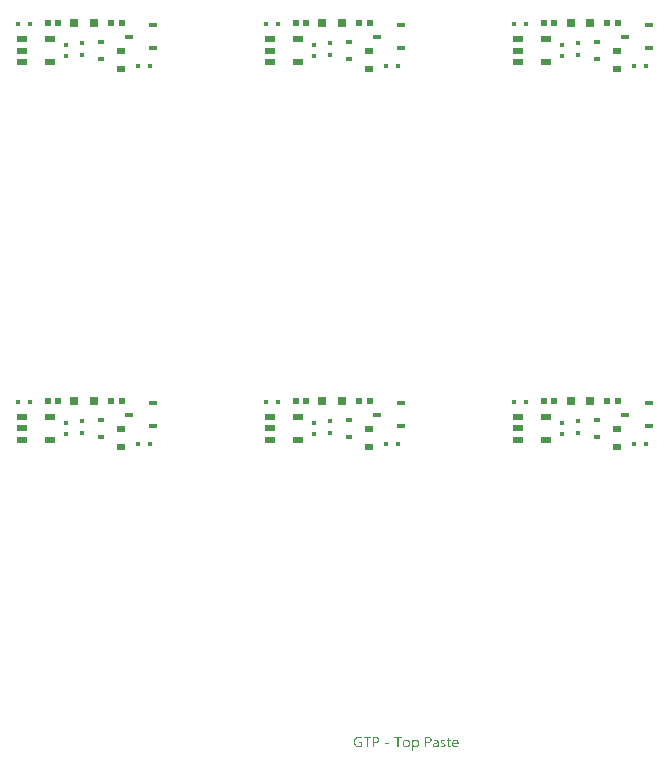
<source format=gtp>
G04*
G04 #@! TF.GenerationSoftware,Altium Limited,Altium Designer,21.9.2 (33)*
G04*
G04 Layer_Color=8421504*
%FSAX26Y26*%
%MOIN*%
G70*
G04*
G04 #@! TF.SameCoordinates,A79AF696-8D6D-4074-B618-5125023845C1*
G04*
G04*
G04 #@! TF.FilePolarity,Positive*
G04*
G01*
G75*
%ADD39R,0.023622X0.015748*%
%ADD40R,0.015690X0.017659*%
%ADD41R,0.026000X0.024000*%
%ADD42R,0.033111X0.021300*%
%ADD43R,0.029966X0.018155*%
%ADD44R,0.018898X0.022835*%
%ADD45R,0.017659X0.015690*%
%ADD46R,0.017659X0.015690*%
%ADD47R,0.027559X0.027559*%
G36*
X00524189Y-00678901D02*
X00524683Y-00678932D01*
X00525270Y-00678962D01*
X00525888Y-00679024D01*
X00526599Y-00679117D01*
X00527341Y-00679210D01*
X00528113Y-00679333D01*
X00528917Y-00679488D01*
X00529720Y-00679673D01*
X00530523Y-00679889D01*
X00531327Y-00680137D01*
X00532130Y-00680415D01*
X00532872Y-00680755D01*
X00532872Y-00685297D01*
X00532810Y-00685266D01*
X00532686Y-00685173D01*
X00532439Y-00685050D01*
X00532130Y-00684864D01*
X00531698Y-00684679D01*
X00531203Y-00684432D01*
X00530647Y-00684216D01*
X00529998Y-00683937D01*
X00529318Y-00683690D01*
X00528546Y-00683443D01*
X00527712Y-00683227D01*
X00526815Y-00683041D01*
X00525857Y-00682856D01*
X00524869Y-00682732D01*
X00523849Y-00682640D01*
X00522768Y-00682609D01*
X00522520Y-00682609D01*
X00522211Y-00682640D01*
X00521779Y-00682670D01*
X00521284Y-00682732D01*
X00520697Y-00682825D01*
X00520048Y-00682949D01*
X00519338Y-00683103D01*
X00518596Y-00683319D01*
X00517823Y-00683597D01*
X00517020Y-00683937D01*
X00516186Y-00684339D01*
X00515382Y-00684803D01*
X00514610Y-00685328D01*
X00513837Y-00685977D01*
X00513096Y-00686688D01*
X00513065Y-00686718D01*
X00512941Y-00686873D01*
X00512756Y-00687089D01*
X00512509Y-00687429D01*
X00512231Y-00687831D01*
X00511891Y-00688294D01*
X00511551Y-00688881D01*
X00511211Y-00689530D01*
X00510871Y-00690241D01*
X00510531Y-00691044D01*
X00510191Y-00691910D01*
X00509913Y-00692837D01*
X00509666Y-00693825D01*
X00509481Y-00694876D01*
X00509357Y-00696019D01*
X00509326Y-00697193D01*
X00509326Y-00697224D01*
X00509326Y-00697255D01*
X00509326Y-00697348D01*
X00509326Y-00697472D01*
X00509326Y-00697657D01*
X00509357Y-00697842D01*
X00509388Y-00698306D01*
X00509419Y-00698862D01*
X00509511Y-00699511D01*
X00509604Y-00700222D01*
X00509759Y-00700994D01*
X00509944Y-00701828D01*
X00510191Y-00702694D01*
X00510469Y-00703559D01*
X00510809Y-00704455D01*
X00511211Y-00705320D01*
X00511674Y-00706154D01*
X00512200Y-00706958D01*
X00512818Y-00707699D01*
X00512849Y-00707730D01*
X00512972Y-00707854D01*
X00513188Y-00708039D01*
X00513467Y-00708287D01*
X00513807Y-00708565D01*
X00514239Y-00708905D01*
X00514734Y-00709245D01*
X00515321Y-00709584D01*
X00515970Y-00709955D01*
X00516680Y-00710295D01*
X00517453Y-00710604D01*
X00518318Y-00710913D01*
X00519214Y-00711160D01*
X00520203Y-00711346D01*
X00521222Y-00711469D01*
X00522335Y-00711500D01*
X00522737Y-00711500D01*
X00523015Y-00711469D01*
X00523385Y-00711438D01*
X00523787Y-00711408D01*
X00524251Y-00711377D01*
X00524776Y-00711284D01*
X00525301Y-00711222D01*
X00525888Y-00711098D01*
X00527063Y-00710820D01*
X00527681Y-00710635D01*
X00528268Y-00710388D01*
X00528855Y-00710141D01*
X00529442Y-00709862D01*
X00529442Y-00700005D01*
X00521748Y-00700005D01*
X00521748Y-00696266D01*
X00533582Y-00696266D01*
X00533582Y-00712211D01*
X00533521Y-00712242D01*
X00533335Y-00712335D01*
X00533057Y-00712489D01*
X00532655Y-00712674D01*
X00532161Y-00712891D01*
X00531574Y-00713138D01*
X00530894Y-00713416D01*
X00530122Y-00713694D01*
X00529287Y-00713972D01*
X00528360Y-00714250D01*
X00527403Y-00714497D01*
X00526383Y-00714714D01*
X00525301Y-00714899D01*
X00524158Y-00715054D01*
X00523015Y-00715146D01*
X00521810Y-00715177D01*
X00521470Y-00715177D01*
X00521315Y-00715146D01*
X00521099Y-00715146D01*
X00520852Y-00715115D01*
X00520574Y-00715115D01*
X00519925Y-00715023D01*
X00519183Y-00714930D01*
X00518380Y-00714776D01*
X00517484Y-00714559D01*
X00516526Y-00714312D01*
X00515537Y-00714003D01*
X00514517Y-00713601D01*
X00513497Y-00713138D01*
X00512478Y-00712582D01*
X00511489Y-00711933D01*
X00510531Y-00711191D01*
X00509635Y-00710357D01*
X00509573Y-00710295D01*
X00509450Y-00710141D01*
X00509202Y-00709862D01*
X00508924Y-00709461D01*
X00508553Y-00708997D01*
X00508183Y-00708410D01*
X00507750Y-00707699D01*
X00507317Y-00706927D01*
X00506885Y-00706062D01*
X00506452Y-00705073D01*
X00506082Y-00704022D01*
X00505711Y-00702879D01*
X00505433Y-00701674D01*
X00505185Y-00700345D01*
X00505062Y-00698955D01*
X00505000Y-00697503D01*
X00505000Y-00697472D01*
X00505000Y-00697410D01*
X00505000Y-00697286D01*
X00505000Y-00697132D01*
X00505031Y-00696946D01*
X00505031Y-00696699D01*
X00505062Y-00696452D01*
X00505093Y-00696143D01*
X00505124Y-00695803D01*
X00505154Y-00695463D01*
X00505278Y-00694660D01*
X00505433Y-00693733D01*
X00505649Y-00692775D01*
X00505927Y-00691724D01*
X00506267Y-00690643D01*
X00506669Y-00689530D01*
X00507163Y-00688418D01*
X00507781Y-00687306D01*
X00508461Y-00686193D01*
X00509264Y-00685143D01*
X00510160Y-00684123D01*
X00510222Y-00684061D01*
X00510408Y-00683907D01*
X00510686Y-00683628D01*
X00511087Y-00683288D01*
X00511613Y-00682918D01*
X00512200Y-00682454D01*
X00512910Y-00681991D01*
X00513745Y-00681496D01*
X00514641Y-00681002D01*
X00515630Y-00680538D01*
X00516680Y-00680075D01*
X00517854Y-00679704D01*
X00519090Y-00679364D01*
X00520388Y-00679086D01*
X00521779Y-00678932D01*
X00523231Y-00678870D01*
X00523787Y-00678870D01*
X00524189Y-00678901D01*
X00524189Y-00678901D02*
G37*
G36*
X00712123Y-00688943D02*
X00712463Y-00688974D01*
X00712864Y-00689005D01*
X00713328Y-00689098D01*
X00713853Y-00689190D01*
X00714440Y-00689345D01*
X00715027Y-00689530D01*
X00715645Y-00689747D01*
X00716263Y-00690025D01*
X00716912Y-00690334D01*
X00717530Y-00690735D01*
X00718117Y-00691199D01*
X00718704Y-00691724D01*
X00719230Y-00692311D01*
X00719261Y-00692342D01*
X00719353Y-00692466D01*
X00719477Y-00692651D01*
X00719662Y-00692929D01*
X00719848Y-00693269D01*
X00720095Y-00693671D01*
X00720342Y-00694165D01*
X00720589Y-00694691D01*
X00720837Y-00695309D01*
X00721084Y-00695988D01*
X00721331Y-00696730D01*
X00721516Y-00697533D01*
X00721702Y-00698399D01*
X00721825Y-00699326D01*
X00721918Y-00700314D01*
X00721949Y-00701334D01*
X00721949Y-00701365D01*
X00721949Y-00701396D01*
X00721949Y-00701489D01*
X00721949Y-00701612D01*
X00721918Y-00701952D01*
X00721887Y-00702385D01*
X00721856Y-00702910D01*
X00721794Y-00703528D01*
X00721702Y-00704208D01*
X00721578Y-00704949D01*
X00721393Y-00705722D01*
X00721207Y-00706556D01*
X00720960Y-00707390D01*
X00720651Y-00708225D01*
X00720311Y-00709059D01*
X00719909Y-00709893D01*
X00719415Y-00710666D01*
X00718890Y-00711408D01*
X00718859Y-00711438D01*
X00718735Y-00711562D01*
X00718581Y-00711747D01*
X00718334Y-00711995D01*
X00718025Y-00712273D01*
X00717654Y-00712613D01*
X00717190Y-00712952D01*
X00716696Y-00713292D01*
X00716140Y-00713632D01*
X00715491Y-00713972D01*
X00714811Y-00714312D01*
X00714069Y-00714590D01*
X00713266Y-00714837D01*
X00712401Y-00715023D01*
X00711474Y-00715146D01*
X00710516Y-00715177D01*
X00710300Y-00715177D01*
X00710052Y-00715146D01*
X00709712Y-00715115D01*
X00709311Y-00715054D01*
X00708847Y-00714961D01*
X00708322Y-00714837D01*
X00707735Y-00714652D01*
X00707148Y-00714436D01*
X00706530Y-00714158D01*
X00705912Y-00713818D01*
X00705263Y-00713416D01*
X00704645Y-00712922D01*
X00704058Y-00712365D01*
X00703502Y-00711716D01*
X00702976Y-00710975D01*
X00702884Y-00710975D01*
X00702884Y-00726116D01*
X00698867Y-00726116D01*
X00698867Y-00689499D01*
X00702884Y-00689499D01*
X00702884Y-00693918D01*
X00702976Y-00693918D01*
X00703007Y-00693856D01*
X00703131Y-00693702D01*
X00703285Y-00693455D01*
X00703533Y-00693146D01*
X00703841Y-00692744D01*
X00704212Y-00692342D01*
X00704676Y-00691879D01*
X00705170Y-00691415D01*
X00705757Y-00690952D01*
X00706406Y-00690488D01*
X00707117Y-00690087D01*
X00707889Y-00689685D01*
X00708724Y-00689376D01*
X00709651Y-00689129D01*
X00710609Y-00688974D01*
X00711659Y-00688912D01*
X00711875Y-00688912D01*
X00712123Y-00688943D01*
X00712123Y-00688943D02*
G37*
G36*
X00804452Y-00688943D02*
X00804730Y-00688943D01*
X00805070Y-00688974D01*
X00805441Y-00689005D01*
X00805842Y-00689067D01*
X00806769Y-00689190D01*
X00807727Y-00689407D01*
X00808747Y-00689685D01*
X00809736Y-00690056D01*
X00809736Y-00694134D01*
X00809705Y-00694104D01*
X00809612Y-00694042D01*
X00809458Y-00693980D01*
X00809241Y-00693856D01*
X00808994Y-00693702D01*
X00808685Y-00693547D01*
X00808314Y-00693393D01*
X00807913Y-00693207D01*
X00807449Y-00693053D01*
X00806986Y-00692898D01*
X00806460Y-00692744D01*
X00805904Y-00692589D01*
X00805286Y-00692466D01*
X00804668Y-00692404D01*
X00804050Y-00692342D01*
X00803370Y-00692311D01*
X00802969Y-00692311D01*
X00802691Y-00692342D01*
X00802382Y-00692373D01*
X00802042Y-00692435D01*
X00801331Y-00692589D01*
X00801300Y-00692589D01*
X00801177Y-00692620D01*
X00801022Y-00692682D01*
X00800806Y-00692775D01*
X00800311Y-00692991D01*
X00799786Y-00693300D01*
X00799755Y-00693331D01*
X00799693Y-00693393D01*
X00799570Y-00693486D01*
X00799415Y-00693609D01*
X00799075Y-00693949D01*
X00798766Y-00694413D01*
X00798766Y-00694443D01*
X00798705Y-00694536D01*
X00798674Y-00694660D01*
X00798612Y-00694845D01*
X00798550Y-00695030D01*
X00798488Y-00695278D01*
X00798457Y-00695556D01*
X00798426Y-00695834D01*
X00798426Y-00695865D01*
X00798426Y-00695988D01*
X00798457Y-00696174D01*
X00798457Y-00696421D01*
X00798519Y-00696668D01*
X00798581Y-00696946D01*
X00798643Y-00697224D01*
X00798766Y-00697503D01*
X00798797Y-00697533D01*
X00798828Y-00697626D01*
X00798921Y-00697750D01*
X00799044Y-00697904D01*
X00799199Y-00698059D01*
X00799353Y-00698275D01*
X00799817Y-00698677D01*
X00799848Y-00698708D01*
X00799941Y-00698769D01*
X00800095Y-00698862D01*
X00800280Y-00698986D01*
X00800528Y-00699109D01*
X00800806Y-00699264D01*
X00801146Y-00699449D01*
X00801486Y-00699604D01*
X00801516Y-00699635D01*
X00801671Y-00699665D01*
X00801856Y-00699758D01*
X00802134Y-00699851D01*
X00802474Y-00700005D01*
X00802845Y-00700160D01*
X00803247Y-00700314D01*
X00803710Y-00700500D01*
X00803741Y-00700500D01*
X00803772Y-00700531D01*
X00803865Y-00700562D01*
X00803988Y-00700592D01*
X00804297Y-00700716D01*
X00804699Y-00700902D01*
X00805163Y-00701087D01*
X00805688Y-00701303D01*
X00806213Y-00701550D01*
X00806708Y-00701798D01*
X00806739Y-00701798D01*
X00806769Y-00701828D01*
X00806924Y-00701921D01*
X00807171Y-00702045D01*
X00807480Y-00702230D01*
X00807851Y-00702477D01*
X00808222Y-00702725D01*
X00808592Y-00703034D01*
X00808963Y-00703343D01*
X00808994Y-00703374D01*
X00809118Y-00703497D01*
X00809272Y-00703652D01*
X00809489Y-00703899D01*
X00809705Y-00704177D01*
X00809952Y-00704517D01*
X00810168Y-00704888D01*
X00810385Y-00705289D01*
X00810416Y-00705351D01*
X00810477Y-00705475D01*
X00810539Y-00705722D01*
X00810632Y-00706031D01*
X00810725Y-00706402D01*
X00810817Y-00706834D01*
X00810848Y-00707329D01*
X00810879Y-00707885D01*
X00810879Y-00707916D01*
X00810879Y-00707978D01*
X00810879Y-00708070D01*
X00810879Y-00708194D01*
X00810848Y-00708534D01*
X00810786Y-00708997D01*
X00810663Y-00709492D01*
X00810539Y-00710048D01*
X00810323Y-00710604D01*
X00810045Y-00711129D01*
X00810014Y-00711191D01*
X00809890Y-00711346D01*
X00809705Y-00711593D01*
X00809458Y-00711933D01*
X00809149Y-00712273D01*
X00808778Y-00712674D01*
X00808345Y-00713045D01*
X00807851Y-00713416D01*
X00807789Y-00713447D01*
X00807604Y-00713571D01*
X00807326Y-00713725D01*
X00806955Y-00713910D01*
X00806491Y-00714127D01*
X00805935Y-00714343D01*
X00805348Y-00714559D01*
X00804699Y-00714745D01*
X00804668Y-00714745D01*
X00804606Y-00714776D01*
X00804514Y-00714776D01*
X00804390Y-00714807D01*
X00804236Y-00714837D01*
X00804050Y-00714868D01*
X00803587Y-00714961D01*
X00803000Y-00715054D01*
X00802382Y-00715115D01*
X00801702Y-00715146D01*
X00800960Y-00715177D01*
X00800589Y-00715177D01*
X00800311Y-00715146D01*
X00799971Y-00715146D01*
X00799601Y-00715085D01*
X00799137Y-00715054D01*
X00798674Y-00714992D01*
X00798148Y-00714899D01*
X00797623Y-00714807D01*
X00796511Y-00714559D01*
X00795367Y-00714188D01*
X00794811Y-00713941D01*
X00794255Y-00713694D01*
X00794255Y-00709399D01*
X00794286Y-00709430D01*
X00794409Y-00709492D01*
X00794595Y-00709615D01*
X00794842Y-00709770D01*
X00795151Y-00709955D01*
X00795491Y-00710172D01*
X00795923Y-00710388D01*
X00796387Y-00710604D01*
X00796912Y-00710820D01*
X00797468Y-00711037D01*
X00798056Y-00711253D01*
X00798674Y-00711438D01*
X00799353Y-00711593D01*
X00800033Y-00711716D01*
X00800744Y-00711778D01*
X00801486Y-00711809D01*
X00801702Y-00711809D01*
X00801980Y-00711778D01*
X00802320Y-00711747D01*
X00802721Y-00711686D01*
X00803154Y-00711624D01*
X00803649Y-00711500D01*
X00804143Y-00711377D01*
X00804606Y-00711191D01*
X00805101Y-00710944D01*
X00805533Y-00710666D01*
X00805935Y-00710326D01*
X00806275Y-00709924D01*
X00806553Y-00709461D01*
X00806708Y-00708905D01*
X00806769Y-00708596D01*
X00806769Y-00708287D01*
X00806769Y-00708256D01*
X00806769Y-00708101D01*
X00806739Y-00707916D01*
X00806708Y-00707699D01*
X00806646Y-00707421D01*
X00806584Y-00707143D01*
X00806460Y-00706865D01*
X00806306Y-00706587D01*
X00806275Y-00706556D01*
X00806213Y-00706463D01*
X00806120Y-00706340D01*
X00805997Y-00706154D01*
X00805812Y-00705969D01*
X00805626Y-00705753D01*
X00805379Y-00705567D01*
X00805101Y-00705351D01*
X00805070Y-00705320D01*
X00804977Y-00705258D01*
X00804792Y-00705166D01*
X00804576Y-00705011D01*
X00804328Y-00704857D01*
X00804019Y-00704702D01*
X00803649Y-00704548D01*
X00803278Y-00704393D01*
X00803216Y-00704362D01*
X00803092Y-00704331D01*
X00802876Y-00704239D01*
X00802598Y-00704115D01*
X00802289Y-00703961D01*
X00801887Y-00703806D01*
X00801486Y-00703652D01*
X00801053Y-00703466D01*
X00801022Y-00703466D01*
X00800991Y-00703435D01*
X00800898Y-00703404D01*
X00800775Y-00703343D01*
X00800466Y-00703219D01*
X00800064Y-00703064D01*
X00799601Y-00702848D01*
X00799106Y-00702632D01*
X00798612Y-00702385D01*
X00798117Y-00702138D01*
X00798056Y-00702107D01*
X00797901Y-00702014D01*
X00797685Y-00701890D01*
X00797376Y-00701705D01*
X00797036Y-00701458D01*
X00796696Y-00701211D01*
X00796325Y-00700932D01*
X00795985Y-00700623D01*
X00795954Y-00700592D01*
X00795862Y-00700469D01*
X00795707Y-00700314D01*
X00795522Y-00700067D01*
X00795306Y-00699789D01*
X00795089Y-00699449D01*
X00794904Y-00699109D01*
X00794718Y-00698708D01*
X00794688Y-00698646D01*
X00794657Y-00698522D01*
X00794595Y-00698275D01*
X00794533Y-00697997D01*
X00794440Y-00697626D01*
X00794379Y-00697193D01*
X00794348Y-00696699D01*
X00794317Y-00696174D01*
X00794317Y-00696143D01*
X00794317Y-00696081D01*
X00794317Y-00695988D01*
X00794317Y-00695865D01*
X00794348Y-00695556D01*
X00794409Y-00695123D01*
X00794502Y-00694629D01*
X00794657Y-00694104D01*
X00794842Y-00693578D01*
X00795120Y-00693053D01*
X00795120Y-00693022D01*
X00795151Y-00692991D01*
X00795275Y-00692837D01*
X00795460Y-00692589D01*
X00795676Y-00692250D01*
X00795985Y-00691910D01*
X00796356Y-00691539D01*
X00796789Y-00691137D01*
X00797252Y-00690797D01*
X00797283Y-00690797D01*
X00797314Y-00690766D01*
X00797499Y-00690643D01*
X00797778Y-00690488D01*
X00798148Y-00690272D01*
X00798612Y-00690056D01*
X00799137Y-00689808D01*
X00799724Y-00689592D01*
X00800342Y-00689407D01*
X00800373Y-00689407D01*
X00800435Y-00689376D01*
X00800528Y-00689345D01*
X00800651Y-00689314D01*
X00800806Y-00689283D01*
X00800991Y-00689252D01*
X00801424Y-00689159D01*
X00801980Y-00689067D01*
X00802567Y-00688974D01*
X00803216Y-00688943D01*
X00803896Y-00688912D01*
X00804205Y-00688912D01*
X00804452Y-00688943D01*
X00804452Y-00688943D02*
G37*
G36*
X00622204Y-00702199D02*
X00608824Y-00702199D01*
X00608824Y-00699048D01*
X00622204Y-00699048D01*
X00622204Y-00702199D01*
X00622204Y-00702199D02*
G37*
G36*
X00779732Y-00688943D02*
X00779948Y-00688943D01*
X00780164Y-00688974D01*
X00780443Y-00689005D01*
X00780752Y-00689067D01*
X00781400Y-00689190D01*
X00782173Y-00689407D01*
X00782946Y-00689685D01*
X00783780Y-00690087D01*
X00784614Y-00690581D01*
X00785016Y-00690859D01*
X00785418Y-00691199D01*
X00785788Y-00691570D01*
X00786159Y-00691941D01*
X00786499Y-00692373D01*
X00786808Y-00692867D01*
X00787117Y-00693362D01*
X00787395Y-00693918D01*
X00787611Y-00694536D01*
X00787828Y-00695185D01*
X00787982Y-00695865D01*
X00788106Y-00696637D01*
X00788168Y-00697410D01*
X00788198Y-00698275D01*
X00788198Y-00714590D01*
X00784182Y-00714590D01*
X00784182Y-00710697D01*
X00784089Y-00710697D01*
X00784058Y-00710759D01*
X00783965Y-00710882D01*
X00783811Y-00711098D01*
X00783594Y-00711408D01*
X00783316Y-00711747D01*
X00782976Y-00712118D01*
X00782606Y-00712520D01*
X00782142Y-00712922D01*
X00781617Y-00713354D01*
X00781061Y-00713756D01*
X00780412Y-00714127D01*
X00779732Y-00714467D01*
X00778959Y-00714776D01*
X00778156Y-00714992D01*
X00777291Y-00715115D01*
X00776364Y-00715177D01*
X00775993Y-00715177D01*
X00775746Y-00715146D01*
X00775437Y-00715115D01*
X00775066Y-00715085D01*
X00774664Y-00715023D01*
X00774232Y-00714930D01*
X00773274Y-00714683D01*
X00772810Y-00714528D01*
X00772316Y-00714343D01*
X00771822Y-00714127D01*
X00771358Y-00713849D01*
X00770925Y-00713540D01*
X00770493Y-00713200D01*
X00770462Y-00713169D01*
X00770400Y-00713107D01*
X00770307Y-00712983D01*
X00770153Y-00712829D01*
X00769998Y-00712644D01*
X00769844Y-00712396D01*
X00769628Y-00712118D01*
X00769442Y-00711809D01*
X00769257Y-00711438D01*
X00769071Y-00711037D01*
X00768886Y-00710604D01*
X00768731Y-00710141D01*
X00768577Y-00709646D01*
X00768484Y-00709121D01*
X00768423Y-00708534D01*
X00768392Y-00707947D01*
X00768392Y-00707916D01*
X00768392Y-00707854D01*
X00768392Y-00707761D01*
X00768423Y-00707638D01*
X00768423Y-00707483D01*
X00768453Y-00707298D01*
X00768515Y-00706834D01*
X00768639Y-00706278D01*
X00768824Y-00705660D01*
X00769071Y-00704980D01*
X00769442Y-00704270D01*
X00769875Y-00703559D01*
X00770400Y-00702848D01*
X00770740Y-00702508D01*
X00771080Y-00702168D01*
X00771482Y-00701828D01*
X00771883Y-00701519D01*
X00772347Y-00701211D01*
X00772841Y-00700932D01*
X00773366Y-00700685D01*
X00773954Y-00700438D01*
X00774572Y-00700222D01*
X00775221Y-00700036D01*
X00775931Y-00699882D01*
X00776673Y-00699758D01*
X00784182Y-00698708D01*
X00784182Y-00698677D01*
X00784182Y-00698646D01*
X00784182Y-00698553D01*
X00784182Y-00698429D01*
X00784151Y-00698120D01*
X00784089Y-00697719D01*
X00784027Y-00697224D01*
X00783903Y-00696668D01*
X00783749Y-00696112D01*
X00783533Y-00695494D01*
X00783255Y-00694907D01*
X00782915Y-00694320D01*
X00782513Y-00693794D01*
X00782019Y-00693300D01*
X00781400Y-00692898D01*
X00780721Y-00692589D01*
X00780350Y-00692466D01*
X00779917Y-00692373D01*
X00779485Y-00692342D01*
X00779021Y-00692311D01*
X00778805Y-00692311D01*
X00778589Y-00692342D01*
X00778249Y-00692373D01*
X00777847Y-00692404D01*
X00777384Y-00692466D01*
X00776858Y-00692558D01*
X00776302Y-00692682D01*
X00775684Y-00692867D01*
X00775035Y-00693053D01*
X00774355Y-00693300D01*
X00773645Y-00693609D01*
X00772934Y-00693980D01*
X00772223Y-00694382D01*
X00771513Y-00694845D01*
X00770833Y-00695401D01*
X00770833Y-00691292D01*
X00770864Y-00691261D01*
X00770987Y-00691199D01*
X00771203Y-00691075D01*
X00771482Y-00690921D01*
X00771852Y-00690735D01*
X00772254Y-00690550D01*
X00772749Y-00690334D01*
X00773305Y-00690087D01*
X00773892Y-00689870D01*
X00774541Y-00689654D01*
X00775251Y-00689468D01*
X00775993Y-00689283D01*
X00776796Y-00689129D01*
X00777600Y-00689005D01*
X00778465Y-00688943D01*
X00779361Y-00688912D01*
X00779577Y-00688912D01*
X00779732Y-00688943D01*
X00779732Y-00688943D02*
G37*
G36*
X00752849Y-00679488D02*
X00753251Y-00679488D01*
X00753714Y-00679550D01*
X00754270Y-00679611D01*
X00754857Y-00679673D01*
X00755537Y-00679797D01*
X00756217Y-00679951D01*
X00756928Y-00680137D01*
X00757638Y-00680353D01*
X00758380Y-00680631D01*
X00759091Y-00680940D01*
X00759770Y-00681311D01*
X00760419Y-00681713D01*
X00761037Y-00682207D01*
X00761068Y-00682238D01*
X00761161Y-00682331D01*
X00761316Y-00682485D01*
X00761532Y-00682701D01*
X00761748Y-00683010D01*
X00762026Y-00683350D01*
X00762304Y-00683752D01*
X00762613Y-00684216D01*
X00762891Y-00684741D01*
X00763169Y-00685297D01*
X00763448Y-00685946D01*
X00763664Y-00686626D01*
X00763880Y-00687398D01*
X00764035Y-00688202D01*
X00764127Y-00689036D01*
X00764158Y-00689963D01*
X00764158Y-00690025D01*
X00764158Y-00690179D01*
X00764127Y-00690457D01*
X00764096Y-00690797D01*
X00764066Y-00691230D01*
X00763973Y-00691724D01*
X00763880Y-00692250D01*
X00763726Y-00692867D01*
X00763540Y-00693486D01*
X00763324Y-00694165D01*
X00763046Y-00694845D01*
X00762706Y-00695525D01*
X00762304Y-00696205D01*
X00761841Y-00696885D01*
X00761316Y-00697533D01*
X00760697Y-00698151D01*
X00760667Y-00698182D01*
X00760543Y-00698275D01*
X00760358Y-00698429D01*
X00760080Y-00698646D01*
X00759740Y-00698893D01*
X00759307Y-00699171D01*
X00758813Y-00699449D01*
X00758256Y-00699727D01*
X00757638Y-00700036D01*
X00756928Y-00700314D01*
X00756155Y-00700592D01*
X00755352Y-00700840D01*
X00754456Y-00701025D01*
X00753498Y-00701211D01*
X00752509Y-00701303D01*
X00751428Y-00701334D01*
X00746793Y-00701334D01*
X00746793Y-00714590D01*
X00742683Y-00714590D01*
X00742683Y-00679457D01*
X00752571Y-00679457D01*
X00752849Y-00679488D01*
X00752849Y-00679488D02*
G37*
G36*
X00664475Y-00683196D02*
X00654340Y-00683196D01*
X00654340Y-00714590D01*
X00650230Y-00714590D01*
X00650230Y-00683196D01*
X00640095Y-00683196D01*
X00640095Y-00679457D01*
X00664475Y-00679457D01*
X00664475Y-00683196D01*
X00664475Y-00683196D02*
G37*
G36*
X00578202Y-00679488D02*
X00578604Y-00679488D01*
X00579067Y-00679550D01*
X00579624Y-00679611D01*
X00580211Y-00679673D01*
X00580890Y-00679797D01*
X00581570Y-00679951D01*
X00582281Y-00680137D01*
X00582992Y-00680353D01*
X00583733Y-00680631D01*
X00584444Y-00680940D01*
X00585124Y-00681311D01*
X00585773Y-00681713D01*
X00586391Y-00682207D01*
X00586422Y-00682238D01*
X00586514Y-00682331D01*
X00586669Y-00682485D01*
X00586885Y-00682701D01*
X00587101Y-00683010D01*
X00587379Y-00683350D01*
X00587658Y-00683752D01*
X00587966Y-00684216D01*
X00588245Y-00684741D01*
X00588523Y-00685297D01*
X00588801Y-00685946D01*
X00589017Y-00686626D01*
X00589233Y-00687398D01*
X00589388Y-00688202D01*
X00589481Y-00689036D01*
X00589511Y-00689963D01*
X00589511Y-00690025D01*
X00589511Y-00690179D01*
X00589481Y-00690457D01*
X00589450Y-00690797D01*
X00589419Y-00691230D01*
X00589326Y-00691724D01*
X00589233Y-00692250D01*
X00589079Y-00692867D01*
X00588894Y-00693486D01*
X00588677Y-00694165D01*
X00588399Y-00694845D01*
X00588059Y-00695525D01*
X00587658Y-00696205D01*
X00587194Y-00696885D01*
X00586669Y-00697533D01*
X00586051Y-00698151D01*
X00586020Y-00698182D01*
X00585896Y-00698275D01*
X00585711Y-00698429D01*
X00585433Y-00698646D01*
X00585093Y-00698893D01*
X00584660Y-00699171D01*
X00584166Y-00699449D01*
X00583610Y-00699727D01*
X00582992Y-00700036D01*
X00582281Y-00700314D01*
X00581508Y-00700592D01*
X00580705Y-00700840D01*
X00579809Y-00701025D01*
X00578851Y-00701211D01*
X00577862Y-00701303D01*
X00576781Y-00701334D01*
X00572146Y-00701334D01*
X00572146Y-00714590D01*
X00568036Y-00714590D01*
X00568036Y-00679457D01*
X00577924Y-00679457D01*
X00578202Y-00679488D01*
X00578202Y-00679488D02*
G37*
G36*
X00562505Y-00683196D02*
X00552370Y-00683196D01*
X00552370Y-00714590D01*
X00548260Y-00714590D01*
X00548260Y-00683196D01*
X00538125Y-00683196D01*
X00538125Y-00679457D01*
X00562505Y-00679457D01*
X00562505Y-00683196D01*
X00562505Y-00683196D02*
G37*
G36*
X00822374Y-00689499D02*
X00828708Y-00689499D01*
X00828708Y-00692960D01*
X00822374Y-00692960D01*
X00822374Y-00707082D01*
X00822374Y-00707112D01*
X00822374Y-00707205D01*
X00822374Y-00707329D01*
X00822374Y-00707483D01*
X00822405Y-00707699D01*
X00822436Y-00707947D01*
X00822497Y-00708472D01*
X00822590Y-00709090D01*
X00822745Y-00709677D01*
X00822961Y-00710233D01*
X00823085Y-00710481D01*
X00823239Y-00710697D01*
X00823270Y-00710728D01*
X00823394Y-00710851D01*
X00823610Y-00711037D01*
X00823919Y-00711222D01*
X00824321Y-00711438D01*
X00824815Y-00711593D01*
X00825402Y-00711716D01*
X00826082Y-00711778D01*
X00826329Y-00711778D01*
X00826607Y-00711747D01*
X00826978Y-00711686D01*
X00827380Y-00711562D01*
X00827843Y-00711438D01*
X00828276Y-00711222D01*
X00828708Y-00710944D01*
X00828708Y-00714374D01*
X00828678Y-00714374D01*
X00828647Y-00714405D01*
X00828554Y-00714436D01*
X00828461Y-00714497D01*
X00828121Y-00714621D01*
X00827720Y-00714745D01*
X00827163Y-00714868D01*
X00826514Y-00714992D01*
X00825773Y-00715085D01*
X00824939Y-00715115D01*
X00824660Y-00715115D01*
X00824321Y-00715054D01*
X00823919Y-00714992D01*
X00823424Y-00714899D01*
X00822868Y-00714714D01*
X00822250Y-00714497D01*
X00821663Y-00714188D01*
X00821045Y-00713818D01*
X00820427Y-00713323D01*
X00819871Y-00712736D01*
X00819624Y-00712396D01*
X00819377Y-00712025D01*
X00819160Y-00711624D01*
X00818975Y-00711191D01*
X00818789Y-00710728D01*
X00818635Y-00710202D01*
X00818511Y-00709677D01*
X00818419Y-00709090D01*
X00818388Y-00708472D01*
X00818357Y-00707792D01*
X00818357Y-00692960D01*
X00814062Y-00692960D01*
X00814062Y-00689499D01*
X00818357Y-00689499D01*
X00818357Y-00683381D01*
X00822374Y-00682083D01*
X00822374Y-00689499D01*
X00822374Y-00689499D02*
G37*
G36*
X00844375Y-00688943D02*
X00844715Y-00688974D01*
X00845147Y-00689005D01*
X00845611Y-00689067D01*
X00846136Y-00689190D01*
X00846692Y-00689314D01*
X00847310Y-00689468D01*
X00847928Y-00689685D01*
X00848546Y-00689963D01*
X00849195Y-00690272D01*
X00849813Y-00690643D01*
X00850400Y-00691075D01*
X00850987Y-00691570D01*
X00851513Y-00692126D01*
X00851543Y-00692157D01*
X00851636Y-00692280D01*
X00851760Y-00692466D01*
X00851945Y-00692713D01*
X00852131Y-00693022D01*
X00852378Y-00693424D01*
X00852625Y-00693887D01*
X00852872Y-00694413D01*
X00853119Y-00695030D01*
X00853367Y-00695679D01*
X00853614Y-00696421D01*
X00853799Y-00697193D01*
X00853985Y-00698059D01*
X00854108Y-00698955D01*
X00854201Y-00699944D01*
X00854232Y-00700963D01*
X00854232Y-00703064D01*
X00836495Y-00703064D01*
X00836495Y-00703126D01*
X00836495Y-00703250D01*
X00836526Y-00703466D01*
X00836557Y-00703744D01*
X00836588Y-00704115D01*
X00836650Y-00704517D01*
X00836712Y-00704949D01*
X00836835Y-00705444D01*
X00837113Y-00706494D01*
X00837299Y-00707020D01*
X00837515Y-00707576D01*
X00837762Y-00708101D01*
X00838040Y-00708626D01*
X00838380Y-00709090D01*
X00838751Y-00709553D01*
X00838782Y-00709584D01*
X00838844Y-00709646D01*
X00838967Y-00709770D01*
X00839153Y-00709893D01*
X00839369Y-00710079D01*
X00839647Y-00710264D01*
X00839956Y-00710481D01*
X00840296Y-00710666D01*
X00840698Y-00710882D01*
X00841161Y-00711098D01*
X00841625Y-00711284D01*
X00842181Y-00711469D01*
X00842737Y-00711593D01*
X00843355Y-00711716D01*
X00844004Y-00711778D01*
X00844684Y-00711809D01*
X00844869Y-00711809D01*
X00845085Y-00711778D01*
X00845394Y-00711778D01*
X00845765Y-00711716D01*
X00846198Y-00711655D01*
X00846692Y-00711562D01*
X00847248Y-00711469D01*
X00847836Y-00711315D01*
X00848453Y-00711129D01*
X00849102Y-00710913D01*
X00849751Y-00710635D01*
X00850431Y-00710326D01*
X00851111Y-00709955D01*
X00851791Y-00709523D01*
X00852471Y-00709028D01*
X00852471Y-00712798D01*
X00852440Y-00712829D01*
X00852316Y-00712891D01*
X00852131Y-00713014D01*
X00851883Y-00713169D01*
X00851543Y-00713354D01*
X00851142Y-00713540D01*
X00850678Y-00713756D01*
X00850153Y-00713972D01*
X00849535Y-00714219D01*
X00848886Y-00714436D01*
X00848175Y-00714621D01*
X00847403Y-00714807D01*
X00846569Y-00714961D01*
X00845673Y-00715085D01*
X00844715Y-00715146D01*
X00843726Y-00715177D01*
X00843479Y-00715177D01*
X00843231Y-00715146D01*
X00842861Y-00715115D01*
X00842397Y-00715085D01*
X00841872Y-00714992D01*
X00841316Y-00714899D01*
X00840698Y-00714745D01*
X00840049Y-00714559D01*
X00839369Y-00714343D01*
X00838658Y-00714065D01*
X00837978Y-00713756D01*
X00837268Y-00713354D01*
X00836619Y-00712891D01*
X00835970Y-00712365D01*
X00835383Y-00711778D01*
X00835352Y-00711747D01*
X00835259Y-00711624D01*
X00835105Y-00711408D01*
X00834919Y-00711129D01*
X00834672Y-00710789D01*
X00834425Y-00710357D01*
X00834147Y-00709862D01*
X00833869Y-00709275D01*
X00833591Y-00708657D01*
X00833312Y-00707916D01*
X00833065Y-00707143D01*
X00832818Y-00706278D01*
X00832633Y-00705351D01*
X00832478Y-00704362D01*
X00832385Y-00703281D01*
X00832355Y-00702168D01*
X00832355Y-00702138D01*
X00832355Y-00702107D01*
X00832355Y-00702014D01*
X00832355Y-00701921D01*
X00832385Y-00701612D01*
X00832416Y-00701180D01*
X00832447Y-00700685D01*
X00832540Y-00700129D01*
X00832633Y-00699480D01*
X00832756Y-00698769D01*
X00832942Y-00698028D01*
X00833158Y-00697255D01*
X00833436Y-00696452D01*
X00833745Y-00695649D01*
X00834116Y-00694876D01*
X00834579Y-00694073D01*
X00835074Y-00693331D01*
X00835661Y-00692620D01*
X00835692Y-00692589D01*
X00835815Y-00692466D01*
X00836001Y-00692280D01*
X00836248Y-00692033D01*
X00836588Y-00691755D01*
X00836990Y-00691446D01*
X00837422Y-00691106D01*
X00837947Y-00690766D01*
X00838504Y-00690426D01*
X00839153Y-00690087D01*
X00839832Y-00689778D01*
X00840543Y-00689499D01*
X00841316Y-00689252D01*
X00842150Y-00689067D01*
X00843015Y-00688943D01*
X00843911Y-00688912D01*
X00844128Y-00688912D01*
X00844375Y-00688943D01*
X00844375Y-00688943D02*
G37*
G36*
X00681068Y-00688943D02*
X00681470Y-00688974D01*
X00681933Y-00689005D01*
X00682490Y-00689098D01*
X00683077Y-00689190D01*
X00683726Y-00689345D01*
X00684436Y-00689530D01*
X00685147Y-00689747D01*
X00685858Y-00690025D01*
X00686599Y-00690365D01*
X00687310Y-00690766D01*
X00688021Y-00691230D01*
X00688670Y-00691755D01*
X00689288Y-00692373D01*
X00689318Y-00692404D01*
X00689411Y-00692528D01*
X00689566Y-00692744D01*
X00689782Y-00693022D01*
X00690029Y-00693362D01*
X00690276Y-00693794D01*
X00690585Y-00694289D01*
X00690864Y-00694876D01*
X00691173Y-00695525D01*
X00691451Y-00696236D01*
X00691698Y-00697008D01*
X00691945Y-00697873D01*
X00692161Y-00698800D01*
X00692316Y-00699789D01*
X00692409Y-00700840D01*
X00692439Y-00701952D01*
X00692439Y-00701983D01*
X00692439Y-00702014D01*
X00692439Y-00702107D01*
X00692439Y-00702230D01*
X00692409Y-00702539D01*
X00692378Y-00702941D01*
X00692347Y-00703466D01*
X00692254Y-00704053D01*
X00692161Y-00704702D01*
X00692007Y-00705413D01*
X00691821Y-00706154D01*
X00691605Y-00706958D01*
X00691327Y-00707761D01*
X00691018Y-00708565D01*
X00690616Y-00709368D01*
X00690153Y-00710141D01*
X00689628Y-00710882D01*
X00689040Y-00711593D01*
X00689010Y-00711624D01*
X00688886Y-00711747D01*
X00688701Y-00711933D01*
X00688422Y-00712149D01*
X00688082Y-00712427D01*
X00687681Y-00712736D01*
X00687186Y-00713045D01*
X00686630Y-00713385D01*
X00686012Y-00713725D01*
X00685332Y-00714034D01*
X00684591Y-00714343D01*
X00683787Y-00714621D01*
X00682891Y-00714837D01*
X00681964Y-00715023D01*
X00681006Y-00715146D01*
X00679956Y-00715177D01*
X00679709Y-00715177D01*
X00679431Y-00715146D01*
X00679029Y-00715115D01*
X00678565Y-00715085D01*
X00678009Y-00714992D01*
X00677422Y-00714899D01*
X00676773Y-00714745D01*
X00676062Y-00714559D01*
X00675352Y-00714312D01*
X00674610Y-00714034D01*
X00673869Y-00713694D01*
X00673127Y-00713292D01*
X00672385Y-00712829D01*
X00671706Y-00712304D01*
X00671057Y-00711686D01*
X00671026Y-00711655D01*
X00670902Y-00711531D01*
X00670748Y-00711315D01*
X00670531Y-00711037D01*
X00670284Y-00710697D01*
X00670006Y-00710264D01*
X00669728Y-00709770D01*
X00669419Y-00709183D01*
X00669110Y-00708565D01*
X00668801Y-00707854D01*
X00668523Y-00707082D01*
X00668276Y-00706247D01*
X00668059Y-00705382D01*
X00667905Y-00704424D01*
X00667781Y-00703404D01*
X00667750Y-00702354D01*
X00667750Y-00702323D01*
X00667750Y-00702292D01*
X00667750Y-00702199D01*
X00667750Y-00702076D01*
X00667781Y-00701736D01*
X00667812Y-00701303D01*
X00667843Y-00700778D01*
X00667936Y-00700160D01*
X00668028Y-00699480D01*
X00668183Y-00698739D01*
X00668368Y-00697966D01*
X00668585Y-00697163D01*
X00668863Y-00696328D01*
X00669203Y-00695494D01*
X00669604Y-00694691D01*
X00670037Y-00693918D01*
X00670562Y-00693177D01*
X00671180Y-00692466D01*
X00671211Y-00692435D01*
X00671335Y-00692311D01*
X00671551Y-00692126D01*
X00671829Y-00691910D01*
X00672169Y-00691631D01*
X00672602Y-00691353D01*
X00673096Y-00691014D01*
X00673652Y-00690674D01*
X00674270Y-00690365D01*
X00674981Y-00690025D01*
X00675753Y-00689747D01*
X00676588Y-00689468D01*
X00677484Y-00689252D01*
X00678442Y-00689067D01*
X00679461Y-00688943D01*
X00680543Y-00688912D01*
X00680790Y-00688912D01*
X00681068Y-00688943D01*
X00681068Y-00688943D02*
G37*
%LPC*%
G36*
X00710670Y-00692311D02*
X00710331Y-00692311D01*
X00710083Y-00692342D01*
X00709774Y-00692373D01*
X00709434Y-00692435D01*
X00709064Y-00692528D01*
X00708631Y-00692620D01*
X00708198Y-00692744D01*
X00707735Y-00692898D01*
X00707271Y-00693115D01*
X00706808Y-00693331D01*
X00706344Y-00693609D01*
X00705881Y-00693949D01*
X00705417Y-00694320D01*
X00705016Y-00694752D01*
X00704985Y-00694783D01*
X00704923Y-00694876D01*
X00704830Y-00695000D01*
X00704676Y-00695185D01*
X00704521Y-00695432D01*
X00704336Y-00695710D01*
X00704150Y-00696050D01*
X00703965Y-00696421D01*
X00703749Y-00696854D01*
X00703563Y-00697317D01*
X00703378Y-00697812D01*
X00703223Y-00698368D01*
X00703069Y-00698955D01*
X00702976Y-00699542D01*
X00702914Y-00700191D01*
X00702884Y-00700871D01*
X00702884Y-00704362D01*
X00702884Y-00704393D01*
X00702884Y-00704486D01*
X00702884Y-00704671D01*
X00702914Y-00704888D01*
X00702945Y-00705166D01*
X00702976Y-00705475D01*
X00703038Y-00705815D01*
X00703131Y-00706185D01*
X00703378Y-00707020D01*
X00703533Y-00707452D01*
X00703718Y-00707916D01*
X00703965Y-00708348D01*
X00704243Y-00708812D01*
X00704552Y-00709245D01*
X00704892Y-00709646D01*
X00704923Y-00709677D01*
X00704985Y-00709739D01*
X00705108Y-00709832D01*
X00705263Y-00709986D01*
X00705448Y-00710141D01*
X00705696Y-00710326D01*
X00705974Y-00710511D01*
X00706313Y-00710728D01*
X00706653Y-00710913D01*
X00707055Y-00711129D01*
X00707488Y-00711315D01*
X00707920Y-00711469D01*
X00708415Y-00711624D01*
X00708940Y-00711716D01*
X00709496Y-00711778D01*
X00710052Y-00711809D01*
X00710207Y-00711809D01*
X00710392Y-00711778D01*
X00710670Y-00711778D01*
X00710948Y-00711716D01*
X00711319Y-00711655D01*
X00711721Y-00711562D01*
X00712123Y-00711469D01*
X00712586Y-00711315D01*
X00713050Y-00711129D01*
X00713513Y-00710913D01*
X00714008Y-00710635D01*
X00714471Y-00710326D01*
X00714935Y-00709955D01*
X00715367Y-00709523D01*
X00715769Y-00709028D01*
X00715800Y-00708997D01*
X00715862Y-00708905D01*
X00715954Y-00708750D01*
X00716109Y-00708503D01*
X00716263Y-00708225D01*
X00716418Y-00707885D01*
X00716603Y-00707452D01*
X00716819Y-00706989D01*
X00717005Y-00706463D01*
X00717190Y-00705876D01*
X00717345Y-00705258D01*
X00717530Y-00704548D01*
X00717654Y-00703806D01*
X00717746Y-00703003D01*
X00717808Y-00702138D01*
X00717839Y-00701241D01*
X00717839Y-00701180D01*
X00717839Y-00701056D01*
X00717839Y-00700840D01*
X00717808Y-00700562D01*
X00717777Y-00700191D01*
X00717746Y-00699789D01*
X00717685Y-00699356D01*
X00717592Y-00698862D01*
X00717376Y-00697812D01*
X00717221Y-00697255D01*
X00717005Y-00696730D01*
X00716789Y-00696174D01*
X00716541Y-00695649D01*
X00716232Y-00695154D01*
X00715893Y-00694691D01*
X00715862Y-00694660D01*
X00715800Y-00694598D01*
X00715707Y-00694474D01*
X00715553Y-00694320D01*
X00715336Y-00694134D01*
X00715120Y-00693949D01*
X00714842Y-00693733D01*
X00714533Y-00693486D01*
X00714162Y-00693269D01*
X00713791Y-00693053D01*
X00713359Y-00692867D01*
X00712895Y-00692682D01*
X00712370Y-00692528D01*
X00711845Y-00692404D01*
X00711288Y-00692342D01*
X00710670Y-00692311D01*
X00710670Y-00692311D02*
G37*
G36*
X00784182Y-00701921D02*
X00778125Y-00702755D01*
X00778094Y-00702755D01*
X00778001Y-00702786D01*
X00777847Y-00702786D01*
X00777662Y-00702817D01*
X00777445Y-00702879D01*
X00777167Y-00702941D01*
X00776549Y-00703064D01*
X00775869Y-00703250D01*
X00775190Y-00703497D01*
X00774510Y-00703806D01*
X00774201Y-00703961D01*
X00773923Y-00704146D01*
X00773861Y-00704208D01*
X00773706Y-00704331D01*
X00773459Y-00704579D01*
X00773212Y-00704949D01*
X00772965Y-00705444D01*
X00772841Y-00705722D01*
X00772718Y-00706031D01*
X00772625Y-00706371D01*
X00772563Y-00706773D01*
X00772532Y-00707174D01*
X00772501Y-00707638D01*
X00772501Y-00707669D01*
X00772501Y-00707730D01*
X00772501Y-00707823D01*
X00772532Y-00707947D01*
X00772563Y-00708287D01*
X00772656Y-00708719D01*
X00772810Y-00709183D01*
X00773058Y-00709708D01*
X00773366Y-00710202D01*
X00773799Y-00710666D01*
X00773830Y-00710666D01*
X00773861Y-00710728D01*
X00774046Y-00710851D01*
X00774324Y-00711037D01*
X00774726Y-00711222D01*
X00775251Y-00711438D01*
X00775838Y-00711624D01*
X00776549Y-00711747D01*
X00777322Y-00711809D01*
X00777600Y-00711809D01*
X00777816Y-00711778D01*
X00778063Y-00711747D01*
X00778372Y-00711686D01*
X00778681Y-00711624D01*
X00779052Y-00711531D01*
X00779825Y-00711284D01*
X00780226Y-00711129D01*
X00780659Y-00710913D01*
X00781061Y-00710666D01*
X00781462Y-00710388D01*
X00781864Y-00710079D01*
X00782235Y-00709708D01*
X00782266Y-00709677D01*
X00782327Y-00709615D01*
X00782420Y-00709492D01*
X00782544Y-00709337D01*
X00782698Y-00709121D01*
X00782853Y-00708874D01*
X00783038Y-00708596D01*
X00783224Y-00708256D01*
X00783378Y-00707885D01*
X00783563Y-00707483D01*
X00783718Y-00707051D01*
X00783872Y-00706587D01*
X00783996Y-00706093D01*
X00784089Y-00705567D01*
X00784151Y-00705011D01*
X00784182Y-00704424D01*
X00784182Y-00701921D01*
X00784182Y-00701921D02*
G37*
G36*
X00751613Y-00683196D02*
X00746793Y-00683196D01*
X00746793Y-00697595D01*
X00751489Y-00697595D01*
X00751798Y-00697564D01*
X00752138Y-00697533D01*
X00752540Y-00697503D01*
X00753003Y-00697441D01*
X00753498Y-00697348D01*
X00754548Y-00697132D01*
X00755074Y-00696946D01*
X00755630Y-00696761D01*
X00756155Y-00696545D01*
X00756650Y-00696297D01*
X00757144Y-00695988D01*
X00757577Y-00695649D01*
X00757607Y-00695618D01*
X00757669Y-00695556D01*
X00757793Y-00695432D01*
X00757917Y-00695278D01*
X00758102Y-00695092D01*
X00758287Y-00694845D01*
X00758504Y-00694567D01*
X00758720Y-00694227D01*
X00758905Y-00693856D01*
X00759122Y-00693455D01*
X00759307Y-00692991D01*
X00759492Y-00692497D01*
X00759616Y-00691971D01*
X00759740Y-00691415D01*
X00759801Y-00690797D01*
X00759832Y-00690148D01*
X00759832Y-00690117D01*
X00759832Y-00690056D01*
X00759832Y-00689963D01*
X00759832Y-00689839D01*
X00759770Y-00689499D01*
X00759709Y-00689067D01*
X00759585Y-00688542D01*
X00759400Y-00687954D01*
X00759153Y-00687306D01*
X00758813Y-00686657D01*
X00758380Y-00686008D01*
X00757824Y-00685390D01*
X00757515Y-00685081D01*
X00757175Y-00684803D01*
X00756773Y-00684524D01*
X00756371Y-00684277D01*
X00755908Y-00684061D01*
X00755414Y-00683845D01*
X00754888Y-00683659D01*
X00754332Y-00683505D01*
X00753714Y-00683381D01*
X00753065Y-00683258D01*
X00752355Y-00683227D01*
X00751613Y-00683196D01*
X00751613Y-00683196D02*
G37*
G36*
X00576966Y-00683196D02*
X00572146Y-00683196D01*
X00572146Y-00697595D01*
X00576842Y-00697595D01*
X00577152Y-00697564D01*
X00577491Y-00697533D01*
X00577893Y-00697503D01*
X00578357Y-00697441D01*
X00578851Y-00697348D01*
X00579902Y-00697132D01*
X00580427Y-00696946D01*
X00580983Y-00696761D01*
X00581508Y-00696545D01*
X00582003Y-00696297D01*
X00582497Y-00695988D01*
X00582930Y-00695649D01*
X00582961Y-00695618D01*
X00583023Y-00695556D01*
X00583146Y-00695432D01*
X00583270Y-00695278D01*
X00583455Y-00695092D01*
X00583640Y-00694845D01*
X00583857Y-00694567D01*
X00584073Y-00694227D01*
X00584259Y-00693856D01*
X00584475Y-00693455D01*
X00584660Y-00692991D01*
X00584846Y-00692497D01*
X00584969Y-00691971D01*
X00585093Y-00691415D01*
X00585155Y-00690797D01*
X00585186Y-00690148D01*
X00585186Y-00690117D01*
X00585186Y-00690056D01*
X00585186Y-00689963D01*
X00585186Y-00689839D01*
X00585124Y-00689499D01*
X00585062Y-00689067D01*
X00584938Y-00688542D01*
X00584753Y-00687954D01*
X00584506Y-00687306D01*
X00584166Y-00686657D01*
X00583733Y-00686008D01*
X00583177Y-00685390D01*
X00582868Y-00685081D01*
X00582528Y-00684803D01*
X00582126Y-00684524D01*
X00581725Y-00684277D01*
X00581261Y-00684061D01*
X00580767Y-00683845D01*
X00580241Y-00683659D01*
X00579685Y-00683505D01*
X00579067Y-00683381D01*
X00578418Y-00683258D01*
X00577708Y-00683227D01*
X00576966Y-00683196D01*
X00576966Y-00683196D02*
G37*
G36*
X00843849Y-00692311D02*
X00843571Y-00692311D01*
X00843386Y-00692342D01*
X00843139Y-00692373D01*
X00842830Y-00692404D01*
X00842521Y-00692466D01*
X00842181Y-00692558D01*
X00841408Y-00692806D01*
X00841007Y-00692960D01*
X00840605Y-00693177D01*
X00840203Y-00693393D01*
X00839771Y-00693671D01*
X00839400Y-00693980D01*
X00838998Y-00694351D01*
X00838967Y-00694382D01*
X00838905Y-00694443D01*
X00838813Y-00694567D01*
X00838689Y-00694721D01*
X00838535Y-00694938D01*
X00838349Y-00695154D01*
X00838164Y-00695463D01*
X00837947Y-00695772D01*
X00837731Y-00696143D01*
X00837546Y-00696545D01*
X00837330Y-00696977D01*
X00837144Y-00697441D01*
X00836959Y-00697966D01*
X00836804Y-00698491D01*
X00836650Y-00699078D01*
X00836557Y-00699665D01*
X00850122Y-00699665D01*
X00850122Y-00699635D01*
X00850122Y-00699511D01*
X00850122Y-00699326D01*
X00850091Y-00699078D01*
X00850060Y-00698800D01*
X00850029Y-00698460D01*
X00849968Y-00698090D01*
X00849906Y-00697688D01*
X00849689Y-00696823D01*
X00849380Y-00695896D01*
X00849195Y-00695463D01*
X00848979Y-00695030D01*
X00848732Y-00694629D01*
X00848423Y-00694258D01*
X00848392Y-00694227D01*
X00848361Y-00694165D01*
X00848268Y-00694073D01*
X00848114Y-00693949D01*
X00847959Y-00693794D01*
X00847743Y-00693640D01*
X00847527Y-00693455D01*
X00847248Y-00693269D01*
X00846939Y-00693115D01*
X00846600Y-00692929D01*
X00846198Y-00692775D01*
X00845796Y-00692620D01*
X00845364Y-00692497D01*
X00844900Y-00692404D01*
X00844375Y-00692342D01*
X00843849Y-00692311D01*
X00843849Y-00692311D02*
G37*
G36*
X00680234Y-00692311D02*
X00680079Y-00692311D01*
X00679863Y-00692342D01*
X00679585Y-00692342D01*
X00679276Y-00692404D01*
X00678905Y-00692435D01*
X00678473Y-00692528D01*
X00678009Y-00692651D01*
X00677546Y-00692775D01*
X00677051Y-00692960D01*
X00676526Y-00693177D01*
X00676032Y-00693424D01*
X00675506Y-00693733D01*
X00675012Y-00694073D01*
X00674548Y-00694474D01*
X00674116Y-00694938D01*
X00674085Y-00694969D01*
X00674023Y-00695061D01*
X00673899Y-00695216D01*
X00673776Y-00695432D01*
X00673590Y-00695679D01*
X00673405Y-00696019D01*
X00673189Y-00696390D01*
X00673003Y-00696823D01*
X00672787Y-00697317D01*
X00672571Y-00697873D01*
X00672385Y-00698460D01*
X00672200Y-00699109D01*
X00672076Y-00699820D01*
X00671953Y-00700562D01*
X00671891Y-00701365D01*
X00671860Y-00702199D01*
X00671860Y-00702261D01*
X00671860Y-00702385D01*
X00671891Y-00702632D01*
X00671891Y-00702941D01*
X00671922Y-00703312D01*
X00671984Y-00703744D01*
X00672045Y-00704239D01*
X00672138Y-00704764D01*
X00672262Y-00705320D01*
X00672416Y-00705876D01*
X00672602Y-00706463D01*
X00672818Y-00707051D01*
X00673065Y-00707638D01*
X00673374Y-00708194D01*
X00673714Y-00708750D01*
X00674116Y-00709245D01*
X00674147Y-00709275D01*
X00674208Y-00709368D01*
X00674363Y-00709492D01*
X00674548Y-00709646D01*
X00674765Y-00709832D01*
X00675043Y-00710048D01*
X00675383Y-00710295D01*
X00675753Y-00710511D01*
X00676155Y-00710759D01*
X00676619Y-00711006D01*
X00677113Y-00711222D01*
X00677669Y-00711408D01*
X00678256Y-00711562D01*
X00678874Y-00711686D01*
X00679523Y-00711778D01*
X00680234Y-00711809D01*
X00680419Y-00711809D01*
X00680605Y-00711778D01*
X00680883Y-00711778D01*
X00681192Y-00711716D01*
X00681563Y-00711686D01*
X00681995Y-00711593D01*
X00682459Y-00711500D01*
X00682922Y-00711377D01*
X00683417Y-00711191D01*
X00683911Y-00711006D01*
X00684405Y-00710759D01*
X00684900Y-00710481D01*
X00685363Y-00710141D01*
X00685827Y-00709739D01*
X00686229Y-00709306D01*
X00686259Y-00709275D01*
X00686321Y-00709183D01*
X00686414Y-00709028D01*
X00686568Y-00708843D01*
X00686723Y-00708565D01*
X00686908Y-00708256D01*
X00687094Y-00707885D01*
X00687279Y-00707452D01*
X00687465Y-00706958D01*
X00687681Y-00706433D01*
X00687835Y-00705846D01*
X00687990Y-00705197D01*
X00688144Y-00704517D01*
X00688237Y-00703744D01*
X00688299Y-00702941D01*
X00688330Y-00702107D01*
X00688330Y-00702045D01*
X00688330Y-00701890D01*
X00688330Y-00701643D01*
X00688299Y-00701334D01*
X00688268Y-00700932D01*
X00688206Y-00700500D01*
X00688144Y-00699975D01*
X00688082Y-00699449D01*
X00687804Y-00698275D01*
X00687650Y-00697688D01*
X00687434Y-00697070D01*
X00687217Y-00696483D01*
X00686908Y-00695927D01*
X00686599Y-00695370D01*
X00686229Y-00694876D01*
X00686198Y-00694845D01*
X00686136Y-00694752D01*
X00686012Y-00694629D01*
X00685827Y-00694474D01*
X00685611Y-00694289D01*
X00685363Y-00694073D01*
X00685054Y-00693825D01*
X00684683Y-00693578D01*
X00684282Y-00693362D01*
X00683849Y-00693115D01*
X00683355Y-00692898D01*
X00682830Y-00692713D01*
X00682242Y-00692558D01*
X00681624Y-00692435D01*
X00680945Y-00692342D01*
X00680234Y-00692311D01*
X00680234Y-00692311D02*
G37*
%LPD*%
D39*
X-00338649Y00320654D02*
D03*
X-00338649Y00375772D02*
D03*
X00488123Y00375772D02*
D03*
X00488123Y00320654D02*
D03*
X01314895Y00320654D02*
D03*
X01314895Y00375772D02*
D03*
X01314895Y01580498D02*
D03*
X01314895Y01635616D02*
D03*
X00488123Y01635616D02*
D03*
X00488123Y01580498D02*
D03*
X-00338649Y01580498D02*
D03*
X-00338649Y01635616D02*
D03*
D40*
X-00613385Y00437006D02*
D03*
X-00574015Y00437006D02*
D03*
X-00214922Y00297184D02*
D03*
X-00175552Y00297184D02*
D03*
X00213386Y00437006D02*
D03*
X00252756Y00437006D02*
D03*
X00611850Y00297184D02*
D03*
X00651220Y00297184D02*
D03*
X01040158Y00437006D02*
D03*
X01079528Y00437006D02*
D03*
X01438621Y00297184D02*
D03*
X01477991Y00297184D02*
D03*
X01477991Y01557028D02*
D03*
X01438621Y01557028D02*
D03*
X01079528Y01696850D02*
D03*
X01040158Y01696849D02*
D03*
X00651220Y01557028D02*
D03*
X00611850Y01557028D02*
D03*
X00252756Y01696850D02*
D03*
X00213386Y01696849D02*
D03*
X-00175552Y01557028D02*
D03*
X-00214922Y01557028D02*
D03*
X-00574015Y01696850D02*
D03*
X-00613385Y01696849D02*
D03*
D41*
X-00270669Y00285701D02*
D03*
X-00270669Y00346701D02*
D03*
X00556103Y00346701D02*
D03*
X00556103Y00285701D02*
D03*
X01382874Y00285701D02*
D03*
X01382874Y00346701D02*
D03*
X01382874Y01545544D02*
D03*
X01382874Y01606544D02*
D03*
X00556103Y01606544D02*
D03*
X00556103Y01545544D02*
D03*
X-00270669Y01545544D02*
D03*
X-00270669Y01606544D02*
D03*
D42*
X-00602559Y00310478D02*
D03*
X-00602559Y00347880D02*
D03*
X-00602559Y00385281D02*
D03*
X-00508071Y00385281D02*
D03*
X-00508070Y00310478D02*
D03*
X00224213Y00310478D02*
D03*
X00224213Y00347880D02*
D03*
X00224213Y00385281D02*
D03*
X00318701Y00385281D02*
D03*
X00318701Y00310478D02*
D03*
X01050985Y00310478D02*
D03*
X01050984Y00347880D02*
D03*
X01050985Y00385281D02*
D03*
X01145473Y00385281D02*
D03*
X01145473Y00310478D02*
D03*
X01145473Y01570322D02*
D03*
X01145473Y01645125D02*
D03*
X01050985Y01645125D02*
D03*
X01050984Y01607724D02*
D03*
X01050985Y01570322D02*
D03*
X00318701Y01570322D02*
D03*
X00318701Y01645125D02*
D03*
X00224213Y01645125D02*
D03*
X00224213Y01607724D02*
D03*
X00224213Y01570322D02*
D03*
X-00508070Y01570322D02*
D03*
X-00508071Y01645125D02*
D03*
X-00602559Y01645125D02*
D03*
X-00602559Y01607724D02*
D03*
X-00602559Y01570322D02*
D03*
D43*
X-00244094Y00394403D02*
D03*
X-00165354Y00431805D02*
D03*
X-00165354Y00357002D02*
D03*
X00582677Y00394403D02*
D03*
X00661418Y00431805D02*
D03*
X00661418Y00357002D02*
D03*
X01409449Y00394403D02*
D03*
X01488189Y00431805D02*
D03*
X01488189Y00357002D02*
D03*
X01488189Y01616845D02*
D03*
X01409449Y01654247D02*
D03*
X01488189Y01691648D02*
D03*
X00661418Y01691648D02*
D03*
X00661418Y01616845D02*
D03*
X00582677Y01654247D02*
D03*
X-00165354Y01691648D02*
D03*
X-00165354Y01616845D02*
D03*
X-00244094Y01654247D02*
D03*
D44*
X-00515748Y00440943D02*
D03*
X-00480315Y00440943D02*
D03*
X-00303149Y00440943D02*
D03*
X-00267716Y00440943D02*
D03*
X00311024Y00440943D02*
D03*
X00346457Y00440943D02*
D03*
X00523622Y00440943D02*
D03*
X00559056Y00440943D02*
D03*
X01137796Y00440943D02*
D03*
X01173229Y00440943D02*
D03*
X01350394Y00440943D02*
D03*
X01385827Y00440943D02*
D03*
X01385827Y01700786D02*
D03*
X01350394Y01700786D02*
D03*
X01173229Y01700786D02*
D03*
X01137796Y01700786D02*
D03*
X00559056Y01700786D02*
D03*
X00523622Y01700786D02*
D03*
X00346457Y01700786D02*
D03*
X00311024Y01700786D02*
D03*
X-00267716Y01700786D02*
D03*
X-00303149Y01700786D02*
D03*
X-00480315Y01700786D02*
D03*
X-00515748Y01700786D02*
D03*
D45*
X-00401082Y00333167D02*
D03*
X-00401082Y00372537D02*
D03*
X00425689Y00372537D02*
D03*
X00425689Y00333167D02*
D03*
X01252461Y00333167D02*
D03*
X01252461Y00372537D02*
D03*
X01252461Y01593011D02*
D03*
X01252461Y01632381D02*
D03*
X00425689Y01632381D02*
D03*
X00425689Y01593011D02*
D03*
X-00401082Y01593011D02*
D03*
X-00401082Y01632381D02*
D03*
D46*
X-00453584Y00328195D02*
D03*
X-00453584Y00367565D02*
D03*
X00373188Y00367565D02*
D03*
X00373188Y00328195D02*
D03*
X01199960Y00328195D02*
D03*
X01199960Y00367565D02*
D03*
X01199960Y01588039D02*
D03*
X01199960Y01627409D02*
D03*
X00373188Y01627409D02*
D03*
X00373188Y01588039D02*
D03*
X-00453584Y01588039D02*
D03*
X-00453584Y01627409D02*
D03*
D47*
X-00426181Y00440943D02*
D03*
X-00361220Y00440943D02*
D03*
X00400591Y00440943D02*
D03*
X00465552Y00440943D02*
D03*
X01227363Y00440943D02*
D03*
X01292323Y00440943D02*
D03*
X01292323Y01700786D02*
D03*
X01227363Y01700786D02*
D03*
X00465552Y01700786D02*
D03*
X00400591Y01700786D02*
D03*
X-00361220Y01700786D02*
D03*
X-00426181Y01700786D02*
D03*
M02*

</source>
